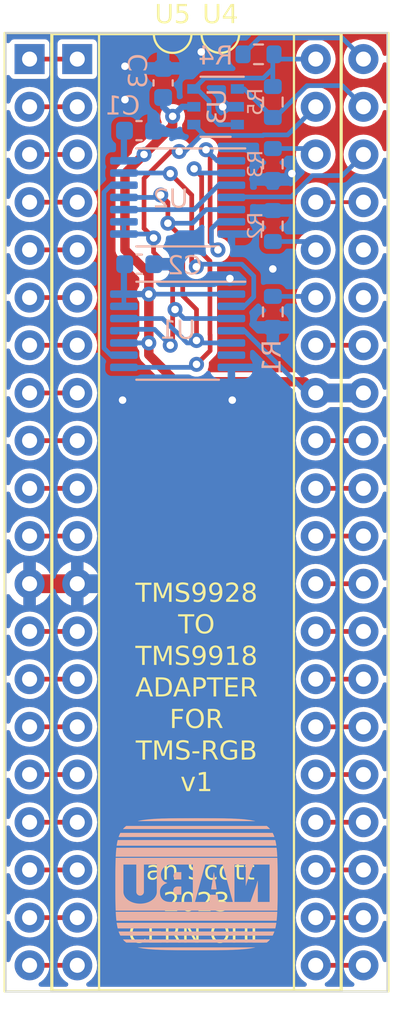
<source format=kicad_pcb>
(kicad_pcb (version 20240108) (generator "pcbnew") (generator_version "8.0")
  (layers (0 "F.Cu" signal) (31 "B.Cu" signal) (34 "B.Paste" user) (35 "F.Paste" user) (36 "B.SilkS" user "B.Silkscreen") (37 "F.SilkS" user "F.Silkscreen") (38 "B.Mask" user) (39 "F.Mask" user) (44 "Edge.Cuts" user))
  (net 0 "")
  (net 1 "VCC")
  (net 2 "GND")
  (net 3 "B-Y")
  (net 4 "Y")
  (net 5 "R-Y")
  (net 6 "~{CLK}")
  (net 7 "XTAL2")
  (net 8 "XTAL1")
  (net 9 "Net-(U1A-D)")
  (net 10 "CLK")
  (net 11 "Net-(U1A-Q)")
  (net 13 "Net-(U1B-~{Q})")
  (net 14 "Net-(U1B-Q)")
  (net 15 "Net-(U2-Pad1)")
  (net 16 "Net-(U2-Pad10)")
  (net 17 "CLK{slash}3")
  (net 18 "/~{RAS}")
  (net 19 "/~{CAS}")
  (net 20 "/AD7")
  (net 21 "/AD6")
  (net 22 "/AD5")
  (net 23 "/AD4")
  (net 24 "/AD3")
  (net 25 "/AD2")
  (net 26 "/AD1")
  (net 27 "/AD0")
  (net 28 "/R{slash}~{W}")
  (net 29 "/MODE")
  (net 30 "/~{CSW}")
  (net 31 "/~{CSR}")
  (net 32 "/~{INT}")
  (net 33 "/CD7")
  (net 34 "/CD6")
  (net 35 "/CD5")
  (net 36 "/CD4")
  (net 37 "/CD3")
  (net 38 "/CD2")
  (net 39 "/CD1")
  (net 40 "/CD0")
  (net 41 "/RD7")
  (net 42 "/RD6")
  (net 43 "/RD5")
  (net 44 "/RD4")
  (net 45 "/RD3")
  (net 46 "/RD2")
  (net 47 "/RD1")
  (net 48 "/RD0")
  (net 49 "/~{RESET}{slash}SYNC")
  (net 52 "/GROMCLK")
  (footprint "Package_DIP:DIP-40_W15.24mm_Socket" (layer "F.Cu") (at 124.46 66.04)
    (property "Reference" "U4" (at 7.62 -2.33 0) (layer "F.SilkS"))
    (property "Value" "TMS9918A")
    (pad "1" thru_hole rect (at 0 0) (size 1.6 1.6) (drill 0.8) (layers "*.Cu" "*.Mask") (net 18 "/~{RAS}"))
    (pad "2" thru_hole oval (at 0 2.54) (size 1.6 1.6) (drill 0.8) (layers "*.Cu" "*.Mask") (net 19 "/~{CAS}"))
    (pad "3" thru_hole oval (at 0 5.08) (size 1.6 1.6) (drill 0.8) (layers "*.Cu" "*.Mask") (net 20 "/AD7"))
    (pad "4" thru_hole oval (at 0 7.62) (size 1.6 1.6) (drill 0.8) (layers "*.Cu" "*.Mask") (net 21 "/AD6"))
    (pad "5" thru_hole oval (at 0 10.16) (size 1.6 1.6) (drill 0.8) (layers "*.Cu" "*.Mask") (net 22 "/AD5"))
    (pad "6" thru_hole oval (at 0 12.7) (size 1.6 1.6) (drill 0.8) (layers "*.Cu" "*.Mask") (net 23 "/AD4"))
    (pad "7" thru_hole oval (at 0 15.24) (size 1.6 1.6) (drill 0.8) (layers "*.Cu" "*.Mask") (net 24 "/AD3"))
    (pad "8" thru_hole oval (at 0 17.78) (size 1.6 1.6) (drill 0.8) (layers "*.Cu" "*.Mask") (net 25 "/AD2"))
    (pad "9" thru_hole oval (at 0 20.32) (size 1.6 1.6) (drill 0.8) (layers "*.Cu" "*.Mask") (net 26 "/AD1"))
    (pad "10" thru_hole oval (at 0 22.86) (size 1.6 1.6) (drill 0.8) (layers "*.Cu" "*.Mask") (net 27 "/AD0"))
    (pad "11" thru_hole oval (at 0 25.4) (size 1.6 1.6) (drill 0.8) (layers "*.Cu" "*.Mask") (net 28 "/R{slash}~{W}"))
    (pad "12" thru_hole oval (at 0 27.94) (size 1.6 1.6) (drill 0.8) (layers "*.Cu" "*.Mask") (net 2 "GND"))
    (pad "13" thru_hole oval (at 0 30.48) (size 1.6 1.6) (drill 0.8) (layers "*.Cu" "*.Mask") (net 29 "/MODE"))
    (pad "14" thru_hole oval (at 0 33.02) (size 1.6 1.6) (drill 0.8) (layers "*.Cu" "*.Mask") (net 30 "/~{CSW}"))
    (pad "15" thru_hole oval (at 0 35.56) (size 1.6 1.6) (drill 0.8) (layers "*.Cu" "*.Mask") (net 31 "/~{CSR}"))
    (pad "16" thru_hole oval (at 0 38.1) (size 1.6 1.6) (drill 0.8) (layers "*.Cu" "*.Mask") (net 32 "/~{INT}"))
    (pad "17" thru_hole oval (at 0 40.64) (size 1.6 1.6) (drill 0.8) (layers "*.Cu" "*.Mask") (net 33 "/CD7"))
    (pad "18" thru_hole oval (at 0 43.18) (size 1.6 1.6) (drill 0.8) (layers "*.Cu" "*.Mask") (net 34 "/CD6"))
    (pad "19" thru_hole oval (at 0 45.72) (size 1.6 1.6) (drill 0.8) (layers "*.Cu" "*.Mask") (net 35 "/CD5"))
    (pad "20" thru_hole oval (at 0 48.26) (size 1.6 1.6) (drill 0.8) (layers "*.Cu" "*.Mask") (net 36 "/CD4"))
    (pad "21" thru_hole oval (at 15.24 48.26) (size 1.6 1.6) (drill 0.8) (layers "*.Cu" "*.Mask") (net 37 "/CD3"))
    (pad "22" thru_hole oval (at 15.24 45.72) (size 1.6 1.6) (drill 0.8) (layers "*.Cu" "*.Mask") (net 38 "/CD2"))
    (pad "23" thru_hole oval (at 15.24 43.18) (size 1.6 1.6) (drill 0.8) (layers "*.Cu" "*.Mask") (net 39 "/CD1"))
    (pad "24" thru_hole oval (at 15.24 40.64) (size 1.6 1.6) (drill 0.8) (layers "*.Cu" "*.Mask") (net 40 "/CD0"))
    (pad "25" thru_hole oval (at 15.24 38.1) (size 1.6 1.6) (drill 0.8) (layers "*.Cu" "*.Mask") (net 41 "/RD7"))
    (pad "26" thru_hole oval (at 15.24 35.56) (size 1.6 1.6) (drill 0.8) (layers "*.Cu" "*.Mask") (net 42 "/RD6"))
    (pad "27" thru_hole oval (at 15.24 33.02) (size 1.6 1.6) (drill 0.8) (layers "*.Cu" "*.Mask") (net 43 "/RD5"))
    (pad "28" thru_hole oval (at 15.24 30.48) (size 1.6 1.6) (drill 0.8) (layers "*.Cu" "*.Mask") (net 44 "/RD4"))
    (pad "29" thru_hole oval (at 15.24 27.94) (size 1.6 1.6) (drill 0.8) (layers "*.Cu" "*.Mask") (net 45 "/RD3"))
    (pad "30" thru_hole oval (at 15.24 25.4) (size 1.6 1.6) (drill 0.8) (layers "*.Cu" "*.Mask") (net 46 "/RD2"))
    (pad "31" thru_hole oval (at 15.24 22.86) (size 1.6 1.6) (drill 0.8) (layers "*.Cu" "*.Mask") (net 47 "/RD1"))
    (pad "32" thru_hole oval (at 15.24 20.32) (size 1.6 1.6) (drill 0.8) (layers "*.Cu" "*.Mask") (net 48 "/RD0"))
    (pad "33" thru_hole oval (at 15.24 17.78) (size 1.6 1.6) (drill 0.8) (layers "*.Cu" "*.Mask") (net 1 "VCC"))
    (pad "34" thru_hole oval (at 15.24 15.24) (size 1.6 1.6) (drill 0.8) (layers "*.Cu" "*.Mask") (net 49 "/~{RESET}{slash}SYNC"))
    (pad "35" thru_hole oval (at 15.24 12.7) (size 1.6 1.6) (drill 0.8) (layers "*.Cu" "*.Mask"))
    (pad "36" thru_hole oval (at 15.24 10.16) (size 1.6 1.6) (drill 0.8) (layers "*.Cu" "*.Mask"))
    (pad "37" thru_hole oval (at 15.24 7.62) (size 1.6 1.6) (drill 0.8) (layers "*.Cu" "*.Mask") (net 52 "/GROMCLK"))
    (pad "38" thru_hole oval (at 15.24 5.08) (size 1.6 1.6) (drill 0.8) (layers "*.Cu" "*.Mask") (net 17 "CLK{slash}3"))
    (pad "39" thru_hole oval (at 15.24 2.54) (size 1.6 1.6) (drill 0.8) (layers "*.Cu" "*.Mask") (net 8 "XTAL1"))
    (pad "40" thru_hole oval (at 15.24 0) (size 1.6 1.6) (drill 0.8) (layers "*.Cu" "*.Mask") (net 7 "XTAL2"))
  )
  (footprint "Package_DIP:DIP-40_W15.24mm_Socket" (layer "F.Cu") (at 121.92 66.04)
    (property "Reference" "U5" (at 7.62 -2.33 0) (layer "F.SilkS"))
    (property "Value" "TMS9928A")
    (pad "1" thru_hole rect (at 0 0) (size 1.6 1.6) (drill 0.8) (layers "*.Cu" "*.Mask") (net 18 "/~{RAS}"))
    (pad "2" thru_hole oval (at 0 2.54) (size 1.6 1.6) (drill 0.8) (layers "*.Cu" "*.Mask") (net 19 "/~{CAS}"))
    (pad "3" thru_hole oval (at 0 5.08) (size 1.6 1.6) (drill 0.8) (layers "*.Cu" "*.Mask") (net 20 "/AD7"))
    (pad "4" thru_hole oval (at 0 7.62) (size 1.6 1.6) (drill 0.8) (layers "*.Cu" "*.Mask") (net 21 "/AD6"))
    (pad "5" thru_hole oval (at 0 10.16) (size 1.6 1.6) (drill 0.8) (layers "*.Cu" "*.Mask") (net 22 "/AD5"))
    (pad "6" thru_hole oval (at 0 12.7) (size 1.6 1.6) (drill 0.8) (layers "*.Cu" "*.Mask") (net 23 "/AD4"))
    (pad "7" thru_hole oval (at 0 15.24) (size 1.6 1.6) (drill 0.8) (layers "*.Cu" "*.Mask") (net 24 "/AD3"))
    (pad "8" thru_hole oval (at 0 17.78) (size 1.6 1.6) (drill 0.8) (layers "*.Cu" "*.Mask") (net 25 "/AD2"))
    (pad "9" thru_hole oval (at 0 20.32) (size 1.6 1.6) (drill 0.8) (layers "*.Cu" "*.Mask") (net 26 "/AD1"))
    (pad "10" thru_hole oval (at 0 22.86) (size 1.6 1.6) (drill 0.8) (layers "*.Cu" "*.Mask") (net 27 "/AD0"))
    (pad "11" thru_hole oval (at 0 25.4) (size 1.6 1.6) (drill 0.8) (layers "*.Cu" "*.Mask") (net 28 "/R{slash}~{W}"))
    (pad "12" thru_hole oval (at 0 27.94) (size 1.6 1.6) (drill 0.8) (layers "*.Cu" "*.Mask") (net 2 "GND"))
    (pad "13" thru_hole oval (at 0 30.48) (size 1.6 1.6) (drill 0.8) (layers "*.Cu" "*.Mask") (net 29 "/MODE"))
    (pad "14" thru_hole oval (at 0 33.02) (size 1.6 1.6) (drill 0.8) (layers "*.Cu" "*.Mask") (net 30 "/~{CSW}"))
    (pad "15" thru_hole oval (at 0 35.56) (size 1.6 1.6) (drill 0.8) (layers "*.Cu" "*.Mask") (net 31 "/~{CSR}"))
    (pad "16" thru_hole oval (at 0 38.1) (size 1.6 1.6) (drill 0.8) (layers "*.Cu" "*.Mask") (net 32 "/~{INT}"))
    (pad "17" thru_hole oval (at 0 40.64) (size 1.6 1.6) (drill 0.8) (layers "*.Cu" "*.Mask") (net 33 "/CD7"))
    (pad "18" thru_hole oval (at 0 43.18) (size 1.6 1.6) (drill 0.8) (layers "*.Cu" "*.Mask") (net 34 "/CD6"))
    (pad "19" thru_hole oval (at 0 45.72) (size 1.6 1.6) (drill 0.8) (layers "*.Cu" "*.Mask") (net 35 "/CD5"))
    (pad "20" thru_hole oval (at 0 48.26) (size 1.6 1.6) (drill 0.8) (layers "*.Cu" "*.Mask") (net 36 "/CD4"))
    (pad "21" thru_hole oval (at 15.24 48.26) (size 1.6 1.6) (drill 0.8) (layers "*.Cu" "*.Mask") (net 37 "/CD3"))
    (pad "22" thru_hole oval (at 15.24 45.72) (size 1.6 1.6) (drill 0.8) (layers "*.Cu" "*.Mask") (net 38 "/CD2"))
    (pad "23" thru_hole oval (at 15.24 43.18) (size 1.6 1.6) (drill 0.8) (layers "*.Cu" "*.Mask") (net 39 "/CD1"))
    (pad "24" thru_hole oval (at 15.24 40.64) (size 1.6 1.6) (drill 0.8) (layers "*.Cu" "*.Mask") (net 40 "/CD0"))
    (pad "25" thru_hole oval (at 15.24 38.1) (size 1.6 1.6) (drill 0.8) (layers "*.Cu" "*.Mask") (net 41 "/RD7"))
    (pad "26" thru_hole oval (at 15.24 35.56) (size 1.6 1.6) (drill 0.8) (layers "*.Cu" "*.Mask") (net 42 "/RD6"))
    (pad "27" thru_hole oval (at 15.24 33.02) (size 1.6 1.6) (drill 0.8) (layers "*.Cu" "*.Mask") (net 43 "/RD5"))
    (pad "28" thru_hole oval (at 15.24 30.48) (size 1.6 1.6) (drill 0.8) (layers "*.Cu" "*.Mask") (net 44 "/RD4"))
    (pad "29" thru_hole oval (at 15.24 27.94) (size 1.6 1.6) (drill 0.8) (layers "*.Cu" "*.Mask") (net 45 "/RD3"))
    (pad "30" thru_hole oval (at 15.24 25.4) (size 1.6 1.6) (drill 0.8) (layers "*.Cu" "*.Mask") (net 46 "/RD2"))
    (pad "31" thru_hole oval (at 15.24 22.86) (size 1.6 1.6) (drill 0.8) (layers "*.Cu" "*.Mask") (net 47 "/RD1"))
    (pad "32" thru_hole oval (at 15.24 20.32) (size 1.6 1.6) (drill 0.8) (layers "*.Cu" "*.Mask") (net 48 "/RD0"))
    (pad "33" thru_hole oval (at 15.24 17.78) (size 1.6 1.6) (drill 0.8) (layers "*.Cu" "*.Mask") (net 1 "VCC"))
    (pad "34" thru_hole oval (at 15.24 15.24) (size 1.6 1.6) (drill 0.8) (layers "*.Cu" "*.Mask") (net 49 "/~{RESET}{slash}SYNC"))
    (pad "35" thru_hole oval (at 15.24 12.7) (size 1.6 1.6) (drill 0.8) (layers "*.Cu" "*.Mask") (net 3 "B-Y"))
    (pad "36" thru_hole oval (at 15.24 10.16) (size 1.6 1.6) (drill 0.8) (layers "*.Cu" "*.Mask") (net 4 "Y"))
    (pad "37" thru_hole oval (at 15.24 7.62) (size 1.6 1.6) (drill 0.8) (layers "*.Cu" "*.Mask") (net 52 "/GROMCLK"))
    (pad "38" thru_hole oval (at 15.24 5.08) (size 1.6 1.6) (drill 0.8) (layers "*.Cu" "*.Mask") (net 5 "R-Y"))
    (pad "39" thru_hole oval (at 15.24 2.54) (size 1.6 1.6) (drill 0.8) (layers "*.Cu" "*.Mask") (net 10 "CLK"))
    (pad "40" thru_hole oval (at 15.24 0) (size 1.6 1.6) (drill 0.8) (layers "*.Cu" "*.Mask") (net 6 "~{CLK}"))
  )
  (footprint "Resistor_SMD:R_0603_1608Metric" (layer "B.Cu") (at 134.874 79.502 90)
    (property "Reference" "R1" (at -2.413 0 90) (layer "B.SilkS") (effects (justify mirror)))
    (property "Value" "470")
    (pad "1" smd roundrect (at -0.825 0 90) (size 0.8 0.95) (layers "B.Cu" "B.Paste" "B.Mask") (net 2 "GND"))
    (pad "2" smd roundrect (at 0.825 0 90) (size 0.8 0.95) (layers "B.Cu" "B.Paste" "B.Mask") (net 3 "B-Y"))
  )
  (footprint "Resistor_SMD:R_0603_1608Metric" (layer "B.Cu") (at 134.874 74.93 -90)
    (property "Reference" "R2" (at 0 0.889 90) (layer "B.SilkS") (effects (font (size 0.8 0.8)) (justify mirror)))
    (property "Value" "470")
    (pad "1" smd roundrect (at -0.825 0 270) (size 0.8 0.95) (layers "B.Cu" "B.Paste" "B.Mask") (net 2 "GND"))
    (pad "2" smd roundrect (at 0.825 0 270) (size 0.8 0.95) (layers "B.Cu" "B.Paste" "B.Mask") (net 4 "Y"))
  )
  (footprint "Package_SO:TSOP-6_1.65x3.05mm_P0.95mm" (layer "B.Cu") (at 131.826 68.58 180)
    (property "Reference" "U3" (at -0.127 0 90) (layer "B.SilkS") (effects (justify mirror)))
    (property "Value" "74HCT2G04")
    (pad "1" smd rect (at -1.16 0.95 180) (size 0.7 0.51) (layers "B.Cu" "B.Paste" "B.Mask") (net 8 "XTAL1"))
    (pad "2" smd rect (at -1.16 0 180) (size 0.7 0.51) (layers "B.Cu" "B.Paste" "B.Mask") (net 2 "GND"))
    (pad "3" smd rect (at -1.16 -0.95 180) (size 0.7 0.51) (layers "B.Cu" "B.Paste" "B.Mask") (net 6 "~{CLK}"))
    (pad "4" smd rect (at 1.16 -0.95 180) (size 0.7 0.51) (layers "B.Cu" "B.Paste" "B.Mask") (net 10 "CLK"))
    (pad "5" smd rect (at 1.16 0 180) (size 0.7 0.51) (layers "B.Cu" "B.Paste" "B.Mask") (net 1 "VCC"))
    (pad "6" smd rect (at 1.16 0.95 180) (size 0.7 0.51) (layers "B.Cu" "B.Paste" "B.Mask") (net 6 "~{CLK}"))
  )
  (footprint "Capacitor_SMD:C_0603_1608Metric" (layer "B.Cu") (at 127.749 69.85)
    (property "Reference" "C1" (at -0.876 -1.27 0) (layer "B.SilkS") (effects (justify mirror)))
    (property "Value" "100nF")
    (pad "1" smd roundrect (at -0.775 0) (size 0.9 0.95) (layers "B.Cu" "B.Paste" "B.Mask") (net 1 "VCC"))
    (pad "2" smd roundrect (at 0.775 0) (size 0.9 0.95) (layers "B.Cu" "B.Paste" "B.Mask") (net 2 "GND"))
  )
  (footprint "Resistor_SMD:R_0603_1608Metric" (layer "B.Cu") (at 134.112 65.786 180)
    (property "Reference" "R4" (at 2.286 -0.127 0) (layer "B.SilkS") (effects (justify mirror)))
    (property "Value" "1K")
    (pad "1" smd roundrect (at -0.825 0 180) (size 0.8 0.95) (layers "B.Cu" "B.Paste" "B.Mask") (net 6 "~{CLK}"))
    (pad "2" smd roundrect (at 0.825 0 180) (size 0.8 0.95) (layers "B.Cu" "B.Paste" "B.Mask") (net 7 "XTAL2"))
  )
  (footprint "Capacitor_SMD:C_0603_1608Metric" (layer "B.Cu") (at 129.032 67.31 90)
    (property "Reference" "C3" (at 0.635 -1.27 90) (layer "B.SilkS") (effects (justify mirror)))
    (property "Value" "100nF")
    (pad "1" smd roundrect (at -0.775 0 90) (size 0.9 0.95) (layers "B.Cu" "B.Paste" "B.Mask") (net 1 "VCC"))
    (pad "2" smd roundrect (at 0.775 0 90) (size 0.9 0.95) (layers "B.Cu" "B.Paste" "B.Mask") (net 2 "GND"))
  )
  (footprint "Resistor_SMD:R_0603_1608Metric" (layer "B.Cu") (at 134.874 71.628 90)
    (property "Reference" "R3" (at 0 -0.889 90) (layer "B.SilkS") (effects (font (size 0.8 0.8)) (justify mirror)))
    (property "Value" "470")
    (pad "1" smd roundrect (at -0.825 0 90) (size 0.8 0.95) (layers "B.Cu" "B.Paste" "B.Mask") (net 2 "GND"))
    (pad "2" smd roundrect (at 0.825 0 90) (size 0.8 0.95) (layers "B.Cu" "B.Paste" "B.Mask") (net 5 "R-Y"))
  )
  (footprint "Package_SO:TSSOP-14_4.4x5mm_P0.65mm" (layer "B.Cu") (at 129.806 80.506 180)
    (property "Reference" "U1" (at 0 -0.012 0) (layer "B.SilkS") (effects (justify mirror)))
    (property "Value" "74HCT74")
    (pad "1" smd roundrect (at -2.8625 1.95 180) (size 1.475 0.4) (layers "B.Cu" "B.Paste" "B.Mask") (net 1 "VCC"))
    (pad "2" smd roundrect (at -2.8625 1.3 180) (size 1.475 0.4) (layers "B.Cu" "B.Paste" "B.Mask") (net 9 "Net-(U1A-D)"))
    (pad "3" smd roundrect (at -2.8625 0.65 180) (size 1.475 0.4) (layers "B.Cu" "B.Paste" "B.Mask") (net 10 "CLK"))
    (pad "4" smd roundrect (at -2.8625 0 180) (size 1.475 0.4) (layers "B.Cu" "B.Paste" "B.Mask") (net 1 "VCC"))
    (pad "5" smd roundrect (at -2.8625 -0.65 180) (size 1.475 0.4) (layers "B.Cu" "B.Paste" "B.Mask") (net 11 "Net-(U1A-Q)"))
    (pad "6" smd roundrect (at -2.8625 -1.3 180) (size 1.475 0.4) (layers "B.Cu" "B.Paste" "B.Mask"))
    (pad "7" smd roundrect (at -2.8625 -1.95 180) (size 1.475 0.4) (layers "B.Cu" "B.Paste" "B.Mask") (net 2 "GND"))
    (pad "8" smd roundrect (at 2.8625 -1.95 180) (size 1.475 0.4) (layers "B.Cu" "B.Paste" "B.Mask") (net 13 "Net-(U1B-~{Q})"))
    (pad "9" smd roundrect (at 2.8625 -1.3 180) (size 1.475 0.4) (layers "B.Cu" "B.Paste" "B.Mask") (net 14 "Net-(U1B-Q)"))
    (pad "10" smd roundrect (at 2.8625 -0.65 180) (size 1.475 0.4) (layers "B.Cu" "B.Paste" "B.Mask") (net 1 "VCC"))
    (pad "11" smd roundrect (at 2.8625 0 180) (size 1.475 0.4) (layers "B.Cu" "B.Paste" "B.Mask") (net 10 "CLK"))
    (pad "12" smd roundrect (at 2.8625 0.65 180) (size 1.475 0.4) (layers "B.Cu" "B.Paste" "B.Mask") (net 11 "Net-(U1A-Q)"))
    (pad "13" smd roundrect (at 2.8625 1.3 180) (size 1.475 0.4) (layers "B.Cu" "B.Paste" "B.Mask") (net 1 "VCC"))
    (pad "14" smd roundrect (at 2.8625 1.95 180) (size 1.475 0.4) (layers "B.Cu" "B.Paste" "B.Mask") (net 1 "VCC"))
  )
  (footprint "Package_SO:TSSOP-14_4.4x5mm_P0.65mm" (layer "B.Cu") (at 129.806 73.406 180)
    (property "Reference" "U2" (at 0.393 -0.127 0) (layer "B.SilkS") (effects (justify mirror)))
    (property "Value" "74HCT02")
    (pad "1" smd roundrect (at -2.8625 1.95 180) (size 1.475 0.4) (layers "B.Cu" "B.Paste" "B.Mask") (net 15 "Net-(U2-Pad1)"))
    (pad "2" smd roundrect (at -2.8625 1.3 180) (size 1.475 0.4) (layers "B.Cu" "B.Paste" "B.Mask") (net 13 "Net-(U1B-~{Q})"))
    (pad "3" smd roundrect (at -2.8625 0.65 180) (size 1.475 0.4) (layers "B.Cu" "B.Paste" "B.Mask") (net 16 "Net-(U2-Pad10)"))
    (pad "4" smd roundrect (at -2.8625 0 180) (size 1.475 0.4) (layers "B.Cu" "B.Paste" "B.Mask") (net 17 "CLK{slash}3"))
    (pad "5" smd roundrect (at -2.8625 -0.65 180) (size 1.475 0.4) (layers "B.Cu" "B.Paste" "B.Mask") (net 11 "Net-(U1A-Q)"))
    (pad "6" smd roundrect (at -2.8625 -1.3 180) (size 1.475 0.4) (layers "B.Cu" "B.Paste" "B.Mask") (net 15 "Net-(U2-Pad1)"))
    (pad "7" smd roundrect (at -2.8625 -1.95 180) (size 1.475 0.4) (layers "B.Cu" "B.Paste" "B.Mask") (net 2 "GND"))
    (pad "8" smd roundrect (at 2.8625 -1.95 180) (size 1.475 0.4) (layers "B.Cu" "B.Paste" "B.Mask") (net 10 "CLK"))
    (pad "9" smd roundrect (at 2.8625 -1.3 180) (size 1.475 0.4) (layers "B.Cu" "B.Paste" "B.Mask") (net 10 "CLK"))
    (pad "10" smd roundrect (at 2.8625 -0.65 180) (size 1.475 0.4) (layers "B.Cu" "B.Paste" "B.Mask") (net 16 "Net-(U2-Pad10)"))
    (pad "11" smd roundrect (at 2.8625 0 180) (size 1.475 0.4) (layers "B.Cu" "B.Paste" "B.Mask") (net 11 "Net-(U1A-Q)"))
    (pad "12" smd roundrect (at 2.8625 0.65 180) (size 1.475 0.4) (layers "B.Cu" "B.Paste" "B.Mask") (net 14 "Net-(U1B-Q)"))
    (pad "13" smd roundrect (at 2.8625 1.3 180) (size 1.475 0.4) (layers "B.Cu" "B.Paste" "B.Mask") (net 9 "Net-(U1A-D)"))
    (pad "14" smd roundrect (at 2.8625 1.95 180) (size 1.475 0.4) (layers "B.Cu" "B.Paste" "B.Mask") (net 1 "VCC"))
  )
  (footprint "Capacitor_SMD:C_0603_1608Metric" (layer "B.Cu") (at 127.762 76.962)
    (property "Reference" "C2" (at 2.413 0.127 0) (layer "B.SilkS") (effects (justify mirror)))
    (property "Value" "100nF")
    (pad "1" smd roundrect (at -0.775 0) (size 0.9 0.95) (layers "B.Cu" "B.Paste" "B.Mask") (net 1 "VCC"))
    (pad "2" smd roundrect (at 0.775 0) (size 0.9 0.95) (layers "B.Cu" "B.Paste" "B.Mask") (net 2 "GND"))
  )
  (footprint "Resistor_SMD:R_0603_1608Metric" (layer "B.Cu") (at 134.874 68.326 90)
    (property "Reference" "R5" (at 0 -0.889 -90) (layer "B.SilkS") (effects (font (size 0.8 0.8)) (justify mirror)))
    (property "Value" "1M")
    (pad "1" smd roundrect (at -0.825 0 90) (size 0.8 0.95) (layers "B.Cu" "B.Paste" "B.Mask") (net 8 "XTAL1"))
    (pad "2" smd roundrect (at 0.825 0 90) (size 0.8 0.95) (layers "B.Cu" "B.Paste" "B.Mask") (net 6 "~{CLK}"))
  )
  (gr_poly (pts (xy 129.76864 109.340622) (xy 129.759193 109.341325) (xy 129.749826 109.342488) (xy 129.740555 109.344106) (xy 129.731395 109.346171) (xy 129.722363 109.348678) (xy 129.713475 109.351619) (xy 129.704745 109.354988) (xy 129.69619 109.358778) (xy 129.687825 109.362984) (xy 129.679666 109.367598) (xy 129.671729 109.372614) (xy 129.664029 109.378026) (xy 129.656583 109.383827) (xy 129.649405 109.39001) (xy 129.642513 109.39657) (xy 129.635953 109.403462) (xy 129.62977 109.41064) (xy 129.623969 109.418086) (xy 129.618557 109.425786) (xy 129.613541 109.433723) (xy 129.608927 109.441881) (xy 129.604721 109.450246) (xy 129.600931 109.458802) (xy 129.597562 109.467531) (xy 129.594621 109.47642) (xy 129.592114 109.485452) (xy 129.590049 109.494611) (xy 129.588431 109.503882) (xy 129.587268 109.51325) (xy 129.586565 109.522697) (xy 129.586329 109.532209) (xy 129.586565 109.541721) (xy 129.587268 109.551168) (xy 129.588431 109.560535) (xy 129.590049 109.569806) (xy 129.592114 109.578966) (xy 129.594621 109.587998) (xy 129.597562 109.596886) (xy 129.600931 109.605616) (xy 129.604721 109.614172) (xy 129.608927 109.622536) (xy 129.613541 109.630695) (xy 129.618557 109.638632) (xy 129.623969 109.646332) (xy 129.62977 109.653778) (xy 129.635953 109.660956) (xy 129.642513 109.667848) (xy 129.649405 109.674408) (xy 129.656583 109.680591) (xy 129.664029 109.686392) (xy 129.671729 109.691803) (xy 129.679666 109.69682) (xy 129.687825 109.701434) (xy 129.69619 109.70564) (xy 129.704745 109.70943) (xy 129.713475 109.712799) (xy 129.722363 109.71574) (xy 129.731395 109.718247) (xy 129.740555 109.720312) (xy 129.749826 109.72193) (xy 129.759193 109.723093) (xy 129.76864 109.723796) (xy 129.778152 109.724032) (xy 129.996433 109.724032) (xy 129.996433 109.340386) (xy 129.778152 109.340386)) (stroke (width 0.01)) (fill solid) (layer "B.SilkS"))
  (gr_poly (pts (xy 126.609454 107.667854) (xy 126.601757 107.702547) (xy 126.594399 107.737907) (xy 126.587374 107.773939) (xy 126.580675 107.810646) (xy 126.574295 107.848034) (xy 126.568226 107.886105) (xy 126.562461 107.924865) (xy 135.057571 107.924865) (xy 135.051806 107.886104) (xy 135.045737 107.848031) (xy 135.039356 107.810643) (xy 135.032657 107.773936) (xy 135.025632 107.737904) (xy 135.018275 107.702544) (xy 135.010578 107.667852) (xy 135.002535 107.633824) (xy 126.617497 107.633824)) (stroke (width 0.01)) (fill solid) (layer "B.SilkS"))
  (gr_poly (pts (xy 126.541638 108.097838) (xy 126.536255 108.153364) (xy 126.526853 108.268769) (xy 126.51899 108.389163) (xy 126.512337 108.513563) (xy 135.107723 108.513563) (xy 135.101069 108.389162) (xy 135.093206 108.268769) (xy 135.083803 108.153364) (xy 135.078421 108.097838) (xy 135.07253 108.043928) (xy 126.547529 108.043928)) (stroke (width 0.01)) (fill solid) (layer "B.SilkS"))
  (gr_poly (pts (xy 127.956359 113.396789) (xy 128.245984 113.432853) (xy 128.571454 113.458712) (xy 128.934874 113.476065) (xy 129.338347 113.486608) (xy 129.783977 113.492037) (xy 130.810125 113.494344) (xy 131.836272 113.492037) (xy 132.281902 113.486608) (xy 132.685376 113.476065) (xy 133.048795 113.458712) (xy 133.374266 113.432853) (xy 133.523427 113.416202) (xy 133.66389 113.396789) (xy 133.795918 113.3744) (xy 133.919772 113.348823) (xy 127.700477 113.348823)) (stroke (width 0.01)) (fill solid) (layer "B.SilkS"))
  (gr_poly (pts (xy 126.676347 112.53063) (xy 126.686757 112.558449) (xy 126.697594 112.585653) (xy 126.708837 112.612281) (xy 126.720467 112.638373) (xy 126.732462 112.663968) (xy 126.744802 112.689105) (xy 126.757466 112.713823) (xy 134.862711 112.713823) (xy 134.875375 112.689105) (xy 134.887715 112.663967) (xy 134.89971 112.638372) (xy 134.911339 112.612279) (xy 134.922583 112.585651) (xy 134.93342 112.558447) (xy 134.943829 112.530628) (xy 134.953791 112.502157) (xy 126.666385 112.502157)) (stroke (width 0.01)) (fill solid) (layer "B.SilkS"))
  (gr_poly (pts (xy 126.919179 112.947233) (xy 126.939007 112.968428) (xy 126.959443 112.989078) (xy 126.980494 113.009185) (xy 127.002166 113.028753) (xy 127.024467 113.047782) (xy 127.047403 113.066277) (xy 127.07098 113.08424) (xy 134.549164 113.08424) (xy 134.572741 113.066277) (xy 134.595678 113.047782) (xy 134.617979 113.028753) (xy 134.639652 113.009185) (xy 134.660703 112.989078) (xy 134.681139 112.968428) (xy 134.700966 112.947233) (xy 134.72019 112.92549) (xy 126.899954 112.92549)) (stroke (width 0.01)) (fill solid) (layer "B.SilkS"))
  (gr_poly (pts (xy 129.783866 106.471964) (xy 129.338236 106.477394) (xy 128.934763 106.487936) (xy 128.571343 106.505289) (xy 128.245872 106.531149) (xy 128.096711 106.547799) (xy 127.956248 106.567213) (xy 127.824221 106.589602) (xy 127.700366 106.615178) (xy 133.919661 106.615178) (xy 133.663784 106.567213) (xy 133.374173 106.531149) (xy 133.048719 106.505289) (xy 132.685314 106.487936) (xy 132.281849 106.477394) (xy 131.836216 106.471964) (xy 130.810013 106.469657)) (stroke (width 0.01)) (fill solid) (layer "B.SilkS"))
  (gr_poly (pts (xy 126.499423 108.886655) (xy 126.493746 109.220748) (xy 126.491225 109.584894) (xy 126.490653 109.982001) (xy 126.491225 110.379107) (xy 126.493746 110.743253) (xy 126.499423 111.077346) (xy 126.509464 111.384292) (xy 135.110538 111.384292) (xy 135.120579 111.077346) (xy 135.123119 110.927886) (xy 134.706016 110.927886) (xy 134.071016 110.927886) (xy 134.071016 109.803407) (xy 134.064402 109.803407) (xy 134.060168 109.829752) (xy 134.048201 109.875623) (xy 134.005491 110.014223) (xy 133.945107 110.195778) (xy 133.875886 110.396861) (xy 133.687371 110.927886) (xy 132.827475 110.927886) (xy 132.748105 110.927886) (xy 131.980813 110.927886) (xy 131.922781 110.54424) (xy 131.549361 110.54424) (xy 131.491329 110.927886) (xy 130.724037 110.927886) (xy 130.724039 110.927881) (xy 130.618204 110.927881) (xy 129.394506 110.927881) (xy 129.339727 110.926006) (xy 129.28653 110.920323) (xy 129.235184 110.910746) (xy 129.21029 110.904469) (xy 129.185959 110.897185) (xy 129.162226 110.888885) (xy 129.139124 110.879556) (xy 129.116687 110.869187) (xy 129.094949 110.857769) (xy 129.073943 110.84529) (xy 129.053703 110.831739) (xy 129.034262 110.817105) (xy 129.015654 110.801377) (xy 128.997914 110.784545) (xy 128.981074 110.766597) (xy 128.965168 110.747523) (xy 128.95023 110.727312) (xy 128.936294 110.705952) (xy 128.923392 110.683434) (xy 128.91156 110.659745) (xy 128.90083 110.634876) (xy 128.891237 110.608814) (xy 128.882813 110.581551) (xy 128.875593 110.553073) (xy 128.869611 110.523371) (xy 128.864899 110.492434) (xy 128.861491 110.46025) (xy 128.859422 110.426809) (xy 128.858725 110.3921) (xy 128.85887 110.38549) (xy 128.699975 110.38549) (xy 128.698878 110.416978) (xy 128.695605 110.448252) (xy 128.690189 110.47926) (xy 128.682658 110.509951) (xy 128.673044 110.540272) (xy 128.661376 110.57017) (xy 128.647685 110.599595) (xy 128.632002 110.628494) (xy 128.614355 110.656815) (xy 128.594777 110.684505) (xy 128.573297 110.711514) (xy 128.549945 110.737788) (xy 128.524753 110.763276) (xy 128.497749 110.787926) (xy 128.468965 110.811685) (xy 128.43843 110.834503) (xy 128.406344 110.856216) (xy 128.372932 110.876685) (xy 128.338268 110.895888) (xy 128.302426 110.913802) (xy 128.265477 110.930408) (xy 128.227497 110.945683) (xy 128.188557 110.959605) (xy 128.148731 110.972154) (xy 128.108092 110.983306) (xy 128.066713 110.993042) (xy 128.024668 111.001339) (xy 127.982029 111.008176) (xy 127.938871 111.013531) (xy 127.895265 111.017383) (xy 127.851286 111.01971) (xy 127.807006 111.02049) (xy 127.762727 111.01971) (xy 127.718747 111.017383) (xy 127.675142 111.013531) (xy 127.631983 111.008176) (xy 127.589345 111.001339) (xy 127.5473 110.993042) (xy 127.505921 110.983306) (xy 127.465282 110.972154) (xy 127.425456 110.959605) (xy 127.386516 110.945683) (xy 127.348535 110.930408) (xy 127.311587 110.913802) (xy 127.275745 110.895888) (xy 127.241081 110.876685) (xy 127.207669 110.856216) (xy 127.175582 110.834503) (xy 127.145048 110.811685) (xy 127.116264 110.787926) (xy 127.08926 110.763276) (xy 127.064067 110.737788) (xy 127.040716 110.711514) (xy 127.019235 110.684505) (xy 126.999657 110.656815) (xy 126.982011 110.628494) (xy 126.966327 110.599595) (xy 126.952636 110.57017) (xy 126.940969 110.540272) (xy 126.931354 110.509951) (xy 126.923824 110.47926) (xy 126.918407 110.448252) (xy 126.915135 110.416978) (xy 126.914038 110.38549) (xy 126.914038 108.930282) (xy 127.608569 108.930282) (xy 127.608569 110.38549) (xy 127.608827 110.395702) (xy 127.609593 110.405779) (xy 127.610855 110.41571) (xy 127.6126 110.425482) (xy 127.614816 110.435083) (xy 127.61749 110.444499) (xy 127.62061 110.453719) (xy 127.624163 110.462731) (xy 127.628137 110.471521) (xy 127.632519 110.480077) (xy 127.637298 110.488387) (xy 127.642459 110.496438) (xy 127.647992 110.504218) (xy 127.653883 110.511714) (xy 127.66012 110.518915) (xy 127.66669 110.525806) (xy 127.673582 110.532377) (xy 127.680782 110.538614) (xy 127.688279 110.544505) (xy 127.696059 110.550037) (xy 127.70411 110.555199) (xy 127.71242 110.559977) (xy 127.720976 110.564359) (xy 127.729766 110.568333) (xy 127.738777 110.571887) (xy 127.747998 110.575006) (xy 127.757414 110.57768) (xy 127.767015 110.579896) (xy 127.776787 110.581641) (xy 127.786717 110.582903) (xy 127.796795 110.58367) (xy 127.807006 110.583928) (xy 127.817218 110.58367) (xy 127.827295 110.582903) (xy 127.837226 110.581641) (xy 127.846998 110.579896) (xy 127.856599 110.57768) (xy 127.866015 110.575006) (xy 127.875235 110.571887) (xy 127.884247 110.568333) (xy 127.893037 110.564359) (xy 127.901593 110.559977) (xy 127.909903 110.555199) (xy 127.917954 110.550037) (xy 127.925734 110.544505) (xy 127.933231 110.538614) (xy 127.940431 110.532377) (xy 127.947322 110.525806) (xy 127.953893 110.518915) (xy 127.96013 110.511714) (xy 127.966021 110.504218) (xy 127.971554 110.496438) (xy 127.976715 110.488387) (xy 127.981493 110.480077) (xy 127.985876 110.471521) (xy 127.989849 110.462731) (xy 127.993403 110.453719) (xy 127.996522 110.444499) (xy 127.999196 110.435083) (xy 128.001412 110.425482) (xy 128.003157 110.41571) (xy 128.004419 110.405779) (xy 128.005186 110.395702) (xy 128.005444 110.38549) (xy 128.005444 108.930282) (xy 128.699975 108.930282) (xy 128.699975 110.38549) (xy 128.85887 110.38549) (xy 128.859249 110.36815) (xy 128.860785 110.3448) (xy 128.863306 110.322049) (xy 128.866785 110.299896) (xy 128.871194 110.278339) (xy 128.876507 110.257378) (xy 128.882695 110.237012) (xy 128.889732 110.217238) (xy 128.897591 110.198057) (xy 128.906243 110.179466) (xy 128.915663 110.161466) (xy 128.925822 110.144054) (xy 128.936694 110.127229) (xy 128.948251 110.110991) (xy 128.960466 110.095339) (xy 128.973311 110.08027) (xy 128.98676 110.065785) (xy 129.000785 110.051881) (xy 129.015359 110.038558) (xy 129.030455 110.025815) (xy 129.062102 110.002062) (xy 129.095509 109.980614) (xy 129.130457 109.961462) (xy 129.166729 109.944597) (xy 129.204106 109.930008) (xy 129.242371 109.917689) (xy 129.242371 109.909756) (xy 129.20507 109.897871) (xy 129.169645 109.88419) (xy 129.136168 109.868643) (xy 129.104714 109.851163) (xy 129.075354 109.831684) (xy 129.048163 109.810136) (xy 129.035403 109.798566) (xy 129.023213 109.786453) (xy 129.011602 109.77379) (xy 129.000579 109.760567) (xy 128.990153 109.746777) (xy 128.980333 109.732411) (xy 128.971129 109.71746) (xy 128.962549 109.701916) (xy 128.954602 109.685771) (xy 128.947299 109.669016) (xy 128.940648 109.651643) (xy 128.934658 109.633643) (xy 128.929338 109.615007) (xy 128.924698 109.595728) (xy 128.920747 109.575797) (xy 128.917494 109.555205) (xy 128.914947 109.533944) (xy 128.913117 109.512006) (xy 128.911642 109.466063) (xy 128.912339 109.438493) (xy 128.914408 109.411284) (xy 128.917815 109.384471) (xy 128.922527 109.358087) (xy 128.92851 109.332165) (xy 128.93573 109.306741) (xy 128.944154 109.281846) (xy 128.953747 109.257516) (xy 128.964477 109.233783) (xy 128.976309 109.210681) (xy 128.98921 109.188244) (xy 129.003147 109.166506) (xy 129.018085 109.1455) (xy 129.03399 109.125259) (xy 129.050831 109.105819) (xy 129.068571 109.087211) (xy 129.087179 109.069471) (xy 129.106619 109.052631) (xy 129.12686 109.036725) (xy 129.147866 109.021787) (xy 129.169604 109.00785) (xy 129.192041 108.994949) (xy 129.215143 108.983117) (xy 129.238876 108.972387) (xy 129.263206 108.962794) (xy 129.288101 108.95437) (xy 129.313525 108.94715) (xy 129.339446 108.941167) (xy 129.36583 108.936455) (xy 129.392644 108.933048) (xy 129.419852 108.930979) (xy 129.447423 108.930282) (xy 130.618204 108.930282) (xy 130.618204 110.927881) (xy 130.724039 110.927881) (xy 131.266433 108.930282) (xy 132.205704 108.930282) (xy 132.748105 110.927886) (xy 132.827475 110.927886) (xy 132.827475 108.930282) (xy 133.436016 108.930282) (xy 133.436016 110.054761) (xy 133.442631 110.054761) (xy 133.447162 110.029052) (xy 133.459968 109.983654) (xy 133.505676 109.845575) (xy 133.570298 109.664087) (xy 133.644376 109.462756) (xy 133.846121 108.930282) (xy 134.706016 108.930282) (xy 134.706016 110.927886) (xy 135.123119 110.927886) (xy 135.126256 110.743253) (xy 135.128776 110.379107) (xy 135.129348 109.982001) (xy 135.128776 109.584894) (xy 135.126256 109.220748) (xy 135.120579 108.886655) (xy 135.110538 108.579709) (xy 126.509464 108.579709)) (stroke (width 0.01)) (fill solid) (layer "B.SilkS"))
  (gr_poly (pts (xy 129.774271 110.107938) (xy 129.763846 110.108713) (xy 129.75351 110.109997) (xy 129.74328 110.111782) (xy 129.733173 110.114061) (xy 129.723207 110.116827) (xy 129.713398 110.120072) (xy 129.703765 110.12379) (xy 129.694325 110.127972) (xy 129.685095 110.132613) (xy 129.676092 110.137705) (xy 129.667334 110.14324) (xy 129.658838 110.149211) (xy 129.650621 110.155612) (xy 129.642701 110.162435) (xy 129.635095 110.169673) (xy 129.627858 110.177279) (xy 129.621035 110.185199) (xy 129.614634 110.193415) (xy 129.608662 110.201911) (xy 129.603127 110.21067) (xy 129.598035 110.219672) (xy 129.593395 110.228903) (xy 129.589212 110.238343) (xy 129.585494 110.247976) (xy 129.582249 110.257784) (xy 129.579484 110.26775) (xy 129.577205 110.277857) (xy 129.57542 110.288087) (xy 129.574136 110.298424) (xy 129.57336 110.308848) (xy 129.5731 110.319344) (xy 129.57336 110.32984) (xy 129.574136 110.340265) (xy 129.57542 110.350601) (xy 129.577205 110.360831) (xy 129.579484 110.370938) (xy 129.582249 110.380904) (xy 129.585494 110.390713) (xy 129.589212 110.400346) (xy 129.593395 110.409786) (xy 129.598035 110.419016) (xy 129.603127 110.428019) (xy 129.608662 110.436777) (xy 129.614634 110.445273) (xy 129.621035 110.45349) (xy 129.627858 110.46141) (xy 129.635095 110.469015) (xy 129.642701 110.476253) (xy 129.650621 110.483076) (xy 129.658838 110.489477) (xy 129.667334 110.495449) (xy 129.676092 110.500984) (xy 129.685095 110.506076) (xy 129.694325 110.510716) (xy 129.703765 110.514899) (xy 129.713398 110.518617) (xy 129.723207 110.521862) (xy 129.733173 110.524628) (xy 129.74328 110.526906) (xy 129.75351 110.528691) (xy 129.763846 110.529975) (xy 129.774271 110.530751) (xy 129.784767 110.531011) (xy 129.996433 110.531011) (xy 129.996433 110.107678) (xy 129.784767 110.107678)) (stroke (width 0.01)) (fill solid) (layer "B.SilkS"))
  (gr_poly (pts (xy 126.568285 112.077897) (xy 126.574354 112.11597) (xy 126.580735 112.153358) (xy 126.587435 112.190066) (xy 126.594459 112.226097) (xy 126.601817 112.261457) (xy 126.609513 112.296149) (xy 126.617556 112.330178) (xy 135.002598 112.330178) (xy 135.010642 112.296148) (xy 135.018339 112.261455) (xy 135.025696 112.226094) (xy 135.032721 112.190062) (xy 135.03942 112.153355) (xy 135.045801 112.115967) (xy 135.05187 112.077896) (xy 135.057634 112.039136) (xy 126.56252 112.039136)) (stroke (width 0.01)) (fill solid) (layer "B.SilkS"))
  (gr_poly (pts (xy 126.519049 111.574839) (xy 126.526912 111.695233) (xy 126.536314 111.810638) (xy 126.541696 111.866163) (xy 126.547587 111.920074) (xy 135.072594 111.920074) (xy 135.078485 111.866163) (xy 135.083867 111.810638) (xy 135.09327 111.695232) (xy 135.101133 111.574839) (xy 135.107786 111.450438) (xy 126.512395 111.450438)) (stroke (width 0.01)) (fill solid) (layer "B.SilkS"))
  (gr_poly (pts (xy 127.047423 106.897724) (xy 127.024487 106.916219) (xy 127.002185 106.935249) (xy 126.980512 106.954816) (xy 126.959461 106.974923) (xy 126.939025 106.995573) (xy 126.919199 107.016768) (xy 126.899974 107.038511) (xy 134.720132 107.038511) (xy 134.700906 107.016768) (xy 134.681078 106.995573) (xy 134.660642 106.974923) (xy 134.639591 106.954816) (xy 134.617918 106.935249) (xy 134.595618 106.916219) (xy 134.572682 106.897724) (xy 134.549105 106.879761) (xy 127.071001 106.879761)) (stroke (width 0.01)) (fill solid) (layer "B.SilkS"))
  (gr_poly (pts (xy 131.593392 110.253198) (xy 131.878745 110.253198) (xy 131.739376 109.353615) (xy 131.732761 109.353615)) (stroke (width 0.01)) (fill solid) (layer "B.SilkS"))
  (gr_poly (pts (xy 126.744735 107.274896) (xy 126.732395 107.300034) (xy 126.7204 107.325629) (xy 126.70877 107.351722) (xy 126.697527 107.378351) (xy 126.68669 107.405555) (xy 126.67628 107.433373) (xy 126.666319 107.461844) (xy 134.95373 107.461844) (xy 134.943768 107.433371) (xy 134.933358 107.405553) (xy 134.922521 107.378348) (xy 134.911277 107.35172) (xy 134.899648 107.325628) (xy 134.887653 107.300033) (xy 134.875313 107.274896) (xy 134.862649 107.250178) (xy 126.757399 107.250178)) (stroke (width 0.01)) (fill solid) (layer "B.SilkS"))
  (gr_line (start 140.97 64.643) (end 140.97 115.698) (stroke (width 0.1)) (layer "Edge.Cuts"))
  (gr_line (start 120.65 115.698) (end 120.65 64.643) (stroke (width 0.1)) (layer "Edge.Cuts"))
  (gr_line (start 120.65 64.643) (end 140.97 64.643) (stroke (width 0.1)) (layer "Edge.Cuts"))
  (gr_line (start 140.97 115.697) (end 120.65 115.697) (stroke (width 0.1)) (layer "Edge.Cuts"))
  (gr_text "Ian Scott\n2023\nCERN OHL" (at 130.81 110.998 0) (layer "F.SilkS") (effects (font (size 1 1))))
  (gr_text "TMS9928\nTO\nTMS9918\nADAPTER\nFOR\nTMS-RGB\nv1" (at 130.81 99.568 0) (layer "F.SilkS") (effects (font (size 1 1))))
  (segment (start 137.6045 83.82) (end 139.8905 83.82) (width 1) (layer "F.Cu") (net 1))
  (segment (start 129.706 83.224) (end 136.564 83.224) (width 0.5) (layer "F.Cu") (net 1))
  (segment (start 128.27 77.47) (end 128.27 78.556) (width 0.5) (layer "F.Cu") (net 1))
  (segment (start 128.27 81.156) (end 128.27 78.556) (width 0.5) (layer "F.Cu") (net 1))
  (segment (start 128.27 81.788) (end 129.706 83.224) (width 0.5) (layer "F.Cu") (net 1))
  (segment (start 136.564 83.224) (end 137.16 83.82) (width 0.5) (layer "F.Cu") (net 1))
  (segment (start 129.54 69.596) (end 129.54 69.088) (width 0.5) (layer "F.Cu") (net 1))
  (segment (start 128.016 71.12) (end 127 72.136) (width 0.5) (layer "F.Cu") (net 1))
  (segment (start 128.016 71.12) (end 129.54 69.596) (width 0.5) (layer "F.Cu") (net 1))
  (segment (start 127 72.136) (end 127 76.2) (width 0.5) (layer "F.Cu") (net 1))
  (segment (start 137.4775 83.693) (end 137.6045 83.82) (width 1) (layer "F.Cu") (net 1))
  (segment (start 127 76.2) (end 128.27 77.47) (width 0.5) (layer "F.Cu") (net 1))
  (segment (start 128.27 81.156) (end 128.27 81.788) (width 0.5) (layer "F.Cu") (net 1))
  (via (at 128.27 81.156) (size 0.8) (drill 0.4) (layers "F.Cu" "B.Cu") (net 1))
  (via (at 129.54 69.088) (size 0.8) (drill 0.4) (layers "F.Cu" "B.Cu") (net 1))
  (via (at 128.27 78.556) (size 0.8) (drill 0.4) (layers "F.Cu" "B.Cu") (net 1))
  (via (at 128.016 71.12) (size 0.8) (drill 0.4) (layers "F.Cu" "B.Cu") (net 1))
  (segment (start 126.9435 71.456) (end 126.9435 69.8805) (width 0.33) (layer "B.Cu") (net 1))
  (segment (start 130.048 68.58) (end 129.54 69.088) (width 0.33) (layer "B.Cu") (net 1))
  (segment (start 128.27 81.156) (end 126.9435 81.156) (width 0.25) (layer "B.Cu") (net 1))
  (segment (start 126.9435 79.206) (end 126.9435 78.556) (width 0.25) (layer "B.Cu") (net 1))
  (segment (start 132.6685 80.506) (end 133.357041 80.506) (width 0.25) (layer "B.Cu") (net 1))
  (segment (start 130.666 68.58) (end 130.048 68.58) (width 0.33) (layer "B.Cu") (net 1))
  (segment (start 129.032 68.085) (end 129.032 68.58) (width 0.33) (layer "B.Cu") (net 1))
  (segment (start 137.16 83.82) (end 139.7 83.82) (width 1) (layer "B.Cu") (net 1))
  (segment (start 129.032 68.58) (end 129.54 69.088) (width 0.33) (layer "B.Cu") (net 1))
  (segment (start 128.016 71.12) (end 127.68 71.456) (width 0.33) (layer "B.Cu") (net 1))
  (segment (start 128.27 78.556) (end 126.9435 78.556) (width 0.33) (layer "B.Cu") (net 1))
  (segment (start 126.9435 78.556) (end 126.9435 76.7775) (width 0.33) (layer "B.Cu") (net 1))
  (segment (start 127.68 71.456) (end 126.9435 71.456) (width 0.33) (layer "B.Cu") (net 1))
  (segment (start 128.27 78.556) (end 132.6685 78.556) (width 0.25) (layer "B.Cu") (net 1))
  (segment (start 133.357041 80.506) (end 136.671041 83.82) (width 0.25) (layer "B.Cu") (net 1))
  (segment (start 121.92 93.98) (end 124.46 93.98) (width 1) (layer "F.Cu") (net 2))
  (via (at 132.207 68.58) (size 0.8) (drill 0.4) (layers "F.Cu" "B.Cu") (net 2))
  (via (at 127 68.199) (size 0.8) (drill 0.4) (layers "F.Cu" "B.Cu") (net 2))
  (via (at 132.715 84.201) (size 0.8) (drill 0.4) (layers "F.Cu" "B.Cu") (net 2))
  (via (at 126.873 84.201) (size 0.8) (drill 0.4) (layers "F.Cu" "B.Cu") (net 2))
  (via (at 131.064 65.659) (size 0.8) (drill 0.4) (layers "F.Cu" "B.Cu") (net 2))
  (via (at 135.89 72.136) (size 0.8) (drill 0.4) (layers "F.Cu" "B.Cu") (net 2))
  (via (at 134.874 77.216) (size 0.8) (drill 0.4) (layers "F.Cu" "B.Cu") (net 2))
  (via (at 127 66.421) (size 0.8) (drill 0.4) (layers "F.Cu" "B.Cu") (net 2))
  (via (at 132.588 77.724) (size 0.8) (drill 0.4) (layers "F.Cu" "B.Cu") (net 2))
  (segment (start 124.46 93.98) (end 127.1905 93.98) (width 1) (layer "B.Cu") (net 2))
  (segment (start 132.207 68.58) (end 132.986 68.58) (width 0.33) (layer "B.Cu") (net 2))
  (segment (start 134.874 78.677) (end 137.097 78.677) (width 0.25) (layer "B.Cu") (net 3))
  (segment (start 134.874 75.755) (end 136.715 75.755) (width 0.25) (layer "B.Cu") (net 4))
  (segment (start 134.874 70.803) (end 136.843 70.803) (width 0.25) (layer "B.Cu") (net 5))
  (segment (start 132.986 69.53) (end 132.014 69.53) (width 0.25) (layer "B.Cu") (net 6))
  (segment (start 131.482 68.998) (end 131.482 68.279695) (width 0.25) (layer "B.Cu") (net 6))
  (segment (start 137.16 66.04) (end 135.191 66.04) (width 0.25) (layer "B.Cu") (net 6))
  (segment (start 131.482 68.279695) (end 130.832305 67.63) (width 0.25) (layer "B.Cu") (net 6))
  (segment (start 130.666 67.63) (end 131.246 67.05) (width 0.25) (layer "B.Cu") (net 6))
  (segment (start 131.246 67.05) (end 134.372 67.05) (width 0.25) (layer "B.Cu") (net 6))
  (segment (start 134.372 67.05) (end 134.874 66.548) (width 0.25) (layer "B.Cu") (net 6))
  (segment (start 132.014 69.53) (end 131.482 68.998) (width 0.25) (layer "B.Cu") (net 6))
  (segment (start 134.874 67.501) (end 134.874 66.548) (width 0.25) (layer "B.Cu") (net 6))
  (segment (start 134.874 66.548) (end 134.874 65.849) (width 0.25) (layer "B.Cu") (net 6))
  (segment (start 138.575 64.915) (end 139.7 66.04) (width 0.25) (layer "B.Cu") (net 7))
  (segment (start 134.158 64.915) (end 138.575 64.915) (width 0.25) (layer "B.Cu") (net 7))
  (segment (start 133.287 65.786) (end 134.158 64.915) (width 0.25) (layer "B.Cu") (net 7))
  (segment (start 134.874 69.151) (end 133.353 67.63) (width 0.25) (layer "B.Cu") (net 8))
  (segment (start 133.353 67.63) (end 132.986 67.63) (width 0.25) (layer "B.Cu") (net 8))
  (segment (start 135.189009 68.96) (end 136.694009 67.455) (width 0.25) (layer "B.Cu") (net 8))
  (segment (start 136.694009 67.455) (end 138.575 67.455) (width 0.25) (layer "B.Cu") (net 8))
  (segment (start 138.575 67.455) (end 139.7 68.58) (width 0.25) (layer "B.Cu") (net 8))
  (segment (start 130.556 73.279) (end 129.413 72.136) (width 0.25) (layer "F.Cu") (net 9))
  (segment (start 130.556 76.852904) (end 130.801048 77.097952) (width 0.25) (layer "F.Cu") (net 9))
  (segment (start 130.556 76.852904) (end 130.556 73.279) (width 0.25) (layer "F.Cu") (net 9))
  (via (at 130.801048 77.097952) (size 0.8) (drill 0.4) (layers "F.Cu" "B.Cu") (net 9))
  (via (at 129.413 72.136) (size 0.8) (drill 0.4) (layers "F.Cu" "B.Cu") (net 9))
  (segment (start 130.937 76.962) (end 133.223 76.962) (width 0.25) (layer "B.Cu") (net 9))
  (segment (start 133.357041 79.206) (end 132.6685 79.206) (width 0.25) (layer "B.Cu") (net 9))
  (segment (start 126.9435 72.106) (end 129.383 72.106) (width 0.25) (layer "B.Cu") (net 9))
  (segment (start 133.858 77.597) (end 133.858 78.705041) (width 0.25) (layer "B.Cu") (net 9))
  (segment (start 133.223 76.962) (end 133.858 77.597) (width 0.25) (layer "B.Cu") (net 9))
  (segment (start 130.801048 77.097952) (end 130.937 76.962) (width 0.25) (layer "B.Cu") (net 9))
  (segment (start 129.383 72.106) (end 129.413 72.136) (width 0.25) (layer "B.Cu") (net 9))
  (segment (start 133.858 78.705041) (end 133.357041 79.206) (width 0.25) (layer "B.Cu") (net 9))
  (segment (start 129.54 79.248) (end 129.54 77.343) (width 0.25) (layer "F.Cu") (net 10))
  (segment (start 128.524 76.327) (end 128.524 75.565) (width 0.25) (layer "F.Cu") (net 10))
  (segment (start 129.667 79.375) (end 129.54 79.248) (width 0.25) (layer "F.Cu") (net 10))
  (segment (start 129.54 79.502) (end 129.667 79.375) (width 0.25) (layer "F.Cu") (net 10))
  (segment (start 129.413 81.28) (end 129.54 81.153) (width 0.25) (layer "F.Cu") (net 10))
  (segment (start 128.016 72.39) (end 128.016 75.057) (width 0.25) (layer "F.Cu") (net 10))
  (segment (start 129.54 81.153) (end 129.54 79.502) (width 0.25) (layer "F.Cu") (net 10))
  (segment (start 129.886688 70.958688) (end 129.447312 70.958688) (width 0.25) (layer "F.Cu") (net 10))
  (segment (start 129.54 77.343) (end 128.524 76.327) (width 0.25) (layer "F.Cu") (net 10))
  (segment (start 129.447312 70.958688) (end 128.016 72.39) (width 0.25) (layer "F.Cu") (net 10))
  (segment (start 128.016 75.057) (end 128.524 75.565) (width 0.25) (layer "F.Cu") (net 10))
  (via (at 129.886688 70.958688) (size 0.8) (drill 0.4) (layers "F.Cu" "B.Cu") (net 10))
  (via (at 129.667 79.375) (size 0.8) (drill 0.4) (layers "F.Cu" "B.Cu") (net 10))
  (via (at 128.524 75.565) (size 0.8) (drill 0.4) (layers "F.Cu" "B.Cu") (net 10))
  (via (at 129.413 81.28) (size 0.8) (drill 0.4) (layers "F.Cu" "B.Cu") (net 10))
  (segment (start 126.9435 75.356) (end 128.315 75.356) (width 0.25) (layer "B.Cu") (net 10))
  (segment (start 130.666 69.53) (end 131.246 70.11) (width 0.25) (layer "B.Cu") (net 10))
  (segment (start 129.413 81.273695) (end 128.570305 80.431) (width 0.25) (layer "B.Cu") (net 10))
  (segment (start 128.315 75.356) (end 128.524 75.565) (width 0.25) (layer "B.Cu") (net 10))
  (segment (start 134.381538 70.078) (end 135.662 70.078) (width 0.25) (layer "B.Cu") (net 10))
  (segment (start 130.200007 70.958688) (end 131.048695 70.11) (width 0.25) (layer "B.Cu") (net 10))
  (segment (start 134.349538 70.11) (end 134.381538 70.078) (width 0.25) (layer "B.Cu") (net 10))
  (segment (start 128.570305 80.431) (end 127.0185 80.431) (width 0.25) (layer "B.Cu") (net 10))
  (segment (start 131.048695 70.11) (end 131.246 70.11) (width 0.25) (layer "B.Cu") (net 10))
  (segment (start 129.413 81.28) (end 129.413 81.273695) (width 0.25) (layer "B.Cu") (net 10))
  (segment (start 129.667 79.375) (end 130.148 79.856) (width 0.25) (layer "B.Cu") (net 10))
  (segment (start 126.9435 75.356) (end 126.9435 74.706) (width 0.25) (layer "B.Cu") (net 10))
  (segment (start 131.246 70.11) (end 134.349538 70.11) (width 0.25) (layer "B.Cu") (net 10))
  (segment (start 129.886688 70.958688) (end 130.200007 70.958688) (width 0.25) (layer "B.Cu") (net 10))
  (segment (start 130.148 79.856) (end 132.6685 79.856) (width 0.25) (layer "B.Cu") (net 10))
  (segment (start 135.662 70.078) (end 137.16 68.58) (width 0.25) (layer "B.Cu") (net 10))
  (segment (start 130.076048 75.570548) (end 130.076048 78.641048) (width 0.25) (layer "F.Cu") (net 11))
  (segment (start 130.81 79.375) (end 130.81 81.026) (width 0.25) (layer "F.Cu") (net 11))
  (segment (start 129.286 74.7805) (end 129.286 73.66) (width 0.25) (layer "F.Cu") (net 11))
  (segment (start 130.076048 78.641048) (end 130.81 79.375) (width 0.25) (layer "F.Cu") (net 11))
  (segment (start 129.286 74.7805) (end 130.076048 75.570548) (width 0.25) (layer "F.Cu") (net 11))
  (segment (start 129.286 73.66) (end 128.905 73.279) (width 0.25) (layer "F.Cu") (net 11))
  (via (at 130.81 81.026) (size 0.8) (drill 0.4) (layers "F.Cu" "B.Cu") (net 11))
  (via (at 129.286 74.7805) (size 0.8) (drill 0.4) (layers "F.Cu" "B.Cu") (net 11))
  (via (at 128.905 73.279) (size 0.8) (drill 0.4) (layers "F.Cu" "B.Cu") (net 11))
  (segment (start 130.138 80.979695) (end 130.138 80.989) (width 0.25) (layer "B.Cu") (net 11))
  (segment (start 131.316355 74.056) (end 132.6685 74.056) (width 0.25) (layer "B.Cu") (net 11))
  (segment (start 130.591855 74.7805) (end 131.316355 74.056) (width 0.25) (layer "B.Cu") (net 11))
  (segment (start 128.905 73.279) (end 128.778 73.406) (width 0.25) (layer "B.Cu") (net 11))
  (segment (start 130.305 81.156) (end 132.6685 81.156) (width 0.25) (layer "B.Cu") (net 11))
  (segment (start 128.778 73.406) (end 126.9435 73.406) (width 0.25) (layer "B.Cu") (net 11))
  (segment (start 130.138 80.989) (end 130.305 81.156) (width 0.25) (layer "B.Cu") (net 11))
  (segment (start 126.9435 79.856) (end 129.005 79.856) (width 0.25) (layer "B.Cu") (net 11))
  (segment (start 129.704 80.555) (end 129.713305 80.555) (width 0.25) (layer "B.Cu") (net 11))
  (segment (start 129.005 79.856) (end 129.704 80.555) (width 0.25) (layer "B.Cu") (net 11))
  (segment (start 129.713305 80.555) (end 130.138 80.979695) (width 0.25) (layer "B.Cu") (net 11))
  (segment (start 129.286 74.7805) (end 130.591855 74.7805) (width 0.25) (layer "B.Cu") (net 11))
  (segment (start 131.526048 76.797647) (end 131.526048 80.716743) (width 0.25) (layer "F.Cu") (net 13))
  (segment (start 130.683 71.882) (end 131.085 72.284) (width 0.25) (layer "F.Cu") (net 13))
  (segment (start 131.535 81.571) (end 130.81 82.296) (width 0.25) (layer "F.Cu") (net 13))
  (segment (start 131.085 72.284) (end 131.085 76.372952) (width 0.25) (layer "F.Cu") (net 13))
  (segment (start 131.085 76.372952) (end 131.101353 76.372952) (width 0.25) (layer "F.Cu") (net 13))
  (segment (start 131.526048 80.716743) (end 131.535 80.725695) (width 0.25) (layer "F.Cu") (net 13))
  (segment (start 131.101353 76.372952) (end 131.526048 76.797647) (width 0.25) (layer "F.Cu") (net 13))
  (segment (start 131.535 80.725695) (end 131.535 81.571) (width 0.25) (layer "F.Cu") (net 13))
  (via (at 130.683 71.882) (size 0.8) (drill 0.4) (layers "F.Cu" "B.Cu") (net 13))
  (via (at 130.81 82.296) (size 0.8) (drill 0.4) (layers "F.Cu" "B.Cu") (net 13))
  (segment (start 130.65 82.456) (end 130.81 82.296) (width 0.25) (layer "B.Cu") (net 13))
  (segment (start 126.9435 82.456) (end 130.65 82.456) (width 0.25) (layer "B.Cu") (net 13))
  (segment (start 130.81 82.296) (end 130.716 82.456) (width 0.25) (layer "B.Cu") (net 13))
  (segment (start 130.683 71.882) (end 130.907 72.106) (width 0.25) (layer "B.Cu") (net 13))
  (segment (start 132.6685 72.106) (end 130.907 72.106) (width 0.25) (layer "B.Cu") (net 13))
  (segment (start 125.881 73.129959) (end 126.254959 72.756) (width 0.25) (layer "B.Cu") (net 14))
  (segment (start 126.254959 81.806) (end 125.881 81.432041) (width 0.25) (layer "B.Cu") (net 14))
  (segment (start 125.881 81.432041) (end 125.881 73.129959) (width 0.25) (layer "B.Cu") (net 14))
  (segment (start 126.254959 72.756) (end 126.9435 72.756) (width 0.25) (layer "B.Cu") (net 14))
  (segment (start 126.9435 81.806) (end 126.254959 81.806) (width 0.25) (layer "B.Cu") (net 14))
  (segment (start 131.535 75.782) (end 131.535 71.083) (width 0.25) (layer "F.Cu") (net 15))
  (segment (start 131.535 71.083) (end 131.318 70.866) (width 0.25) (layer "F.Cu") (net 15))
  (segment (start 131.953 76.2) (end 131.535 75.782) (width 0.25) (layer "F.Cu") (net 15))
  (via (at 131.318 70.866) (size 0.8) (drill 0.4) (layers "F.Cu" "B.Cu") (net 15))
  (via (at 131.953 76.2) (size 0.8) (drill 0.4) (layers "F.Cu" "B.Cu") (net 15))
  (segment (start 131.979959 74.706) (end 132.6685 74.706) (width 0.25) (layer "B.Cu") (net 15))
  (segment (start 131.318 70.866) (end 131.908 71.456) (width 0.25) (layer "B.Cu") (net 15))
  (segment (start 131.953 76.2) (end 131.606 75.853) (width 0.25) (layer "B.Cu") (net 15))
  (segment (start 131.908 71.456) (end 132.6685 71.456) (width 0.25) (layer "B.Cu") (net 15))
  (segment (start 131.606 75.079959) (end 131.979959 74.706) (width 0.25) (layer "B.Cu") (net 15))
  (segment (start 131.606 75.853) (end 131.606 75.079959) (width 0.25) (layer "B.Cu") (net 15))
  (segment (start 126.9435 74.056) (end 130.679959 74.056) (width 0.25) (layer "B.Cu") (net 16))
  (segment (start 131.979959 72.756) (end 132.6685 72.756) (width 0.25) (layer "B.Cu") (net 16))
  (segment (start 130.679959 74.056) (end 131.979959 72.756) (width 0.25) (layer "B.Cu") (net 16))
  (segment (start 138.575 72.245) (end 139.7 71.12) (width 0.25) (layer "B.Cu") (net 17))
  (segment (start 136.984009 72.245) (end 138.575 72.245) (width 0.25) (layer "B.Cu") (net 17))
  (segment (start 132.6945 73.38) (end 135.849009 73.38) (width 0.25) (layer "B.Cu") (net 17))
  (segment (start 135.849009 73.38) (end 136.984009 72.245) (width 0.25) (layer "B.Cu") (net 17))
  (segment (start 121.92 66.04) (end 124.46 66.04) (width 0.25) (layer "F.Cu") (net 18))
  (segment (start 121.92 68.58) (end 124.46 68.58) (width 0.25) (layer "F.Cu") (net 19))
  (segment (start 121.92 71.12) (end 124.46 71.12) (width 0.25) (layer "F.Cu") (net 20))
  (segment (start 121.92 73.66) (end 124.46 73.66) (width 0.25) (layer "F.Cu") (net 21))
  (segment (start 121.92 76.2) (end 124.46 76.2) (width 0.25) (layer "F.Cu") (net 22))
  (segment (start 121.92 78.74) (end 124.46 78.74) (width 0.25) (layer "F.Cu") (net 23))
  (segment (start 121.92 81.28) (end 124.46 81.28) (width 0.25) (layer "F.Cu") (net 24))
  (segment (start 121.92 83.82) (end 124.46 83.82) (width 0.25) (layer "F.Cu") (net 25))
  (segment (start 121.92 86.36) (end 124.46 86.36) (width 0.25) (layer "F.Cu") (net 26))
  (segment (start 121.92 88.9) (end 124.46 88.9) (width 0.25) (layer "F.Cu") (net 27))
  (segment (start 121.92 91.44) (end 124.46 91.44) (width 0.25) (layer "F.Cu") (net 28))
  (segment (start 121.92 96.52) (end 124.46 96.52) (width 0.25) (layer "F.Cu") (net 29))
  (segment (start 121.92 99.06) (end 124.46 99.06) (width 0.25) (layer "F.Cu") (net 30))
  (segment (start 121.92 101.6) (end 124.46 101.6) (width 0.25) (layer "F.Cu") (net 31))
  (segment (start 121.92 104.14) (end 124.46 104.14) (width 0.25) (layer "F.Cu") (net 32))
  (segment (start 121.92 106.68) (end 124.46 106.68) (width 0.25) (layer "F.Cu") (net 33))
  (segment (start 121.92 109.22) (end 124.46 109.22) (width 0.25) (layer "F.Cu") (net 34))
  (segment (start 121.92 111.76) (end 124.46 111.76) (width 0.25) (layer "F.Cu") (net 35))
  (segment (start 121.92 114.3) (end 124.46 114.3) (width 0.25) (layer "F.Cu") (net 36))
  (segment (start 137.16 114.3) (end 139.7 114.3) (width 0.25) (layer "F.Cu") (net 37))
  (segment (start 137.16 111.76) (end 139.7 111.76) (width 0.25) (layer "F.Cu") (net 38))
  (segment (start 137.16 109.22) (end 139.7 109.22) (width 0.25) (layer "F.Cu") (net 39))
  (segment (start 137.16 106.68) (end 139.7 106.68) (width 0.25) (layer "F.Cu") (net 40))
  (segment (start 137.16 104.14) (end 139.7 104.14) (width 0.25) (layer "F.Cu") (net 41))
  (segment (start 137.16 101.6) (end 139.7 101.6) (width 0.25) (layer "F.Cu") (net 42))
  (segment (start 137.16 99.06) (end 139.7 99.06) (width 0.25) (layer "F.Cu") (net 43))
  (segment (start 137.16 96.52) (end 139.7 96.52) (width 0.25) (layer "F.Cu") (net 44))
  (segment (start 137.16 93.98) (end 139.7 93.98) (width 0.25) (layer "F.Cu") (net 45))
  (segment (start 137.16 91.44) (end 139.7 91.44) (width 0.25) (layer "F.Cu") (net 46))
  (segment (start 137.16 88.9) (end 139.7 88.9) (width 0.25) (layer "F.Cu") (net 47))
  (segment (start 137.16 86.36) (end 139.7 86.36) (width 0.25) (layer "F.Cu") (net 48))
  (segment (start 137.16 81.28) (end 139.7 81.28) (width 0.25) (layer "F.Cu") (net 49))
  (segment (start 137.16 73.66) (end 139.7 73.66) (width 0.2) (layer "F.Cu") (net 52))
  (zone (net 2) (net_name "GND") (layers "F&B.Cu") (connect_pads (clearance 0.254)) (min_thickness 0.254) (fill yes (thermal_gap 0.4) (thermal_bridge_width 0.666))
    (polygon (pts (xy 140.97 115.443) (xy 120.65 115.443) (xy 120.65 64.643) (xy 140.97 64.643)))
  )
)
</source>
